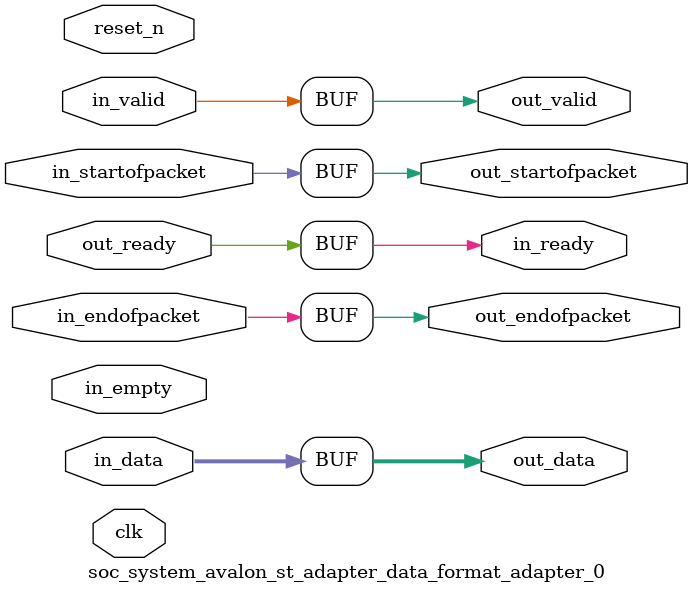
<source format=v>

`timescale 1ns / 100ps
module soc_system_avalon_st_adapter_data_format_adapter_0 (
    
      // Interface: clk
      input              clk,
      // Interface: reset
      input              reset_n,
      // Interface: in
      output reg         in_ready,
      input              in_valid,
      input      [23: 0] in_data,
      input              in_startofpacket,
      input              in_endofpacket,
      input      [ 1: 0] in_empty,
      // Interface: out
      input              out_ready,
      output reg         out_valid,
      output reg [23: 0] out_data,
      output reg         out_startofpacket,
      output reg         out_endofpacket
);



   always @* begin
      in_ready = out_ready;
      out_valid = in_valid;
      out_data = in_data;
      out_startofpacket = in_startofpacket;
      out_endofpacket = in_endofpacket;


   end

endmodule


</source>
